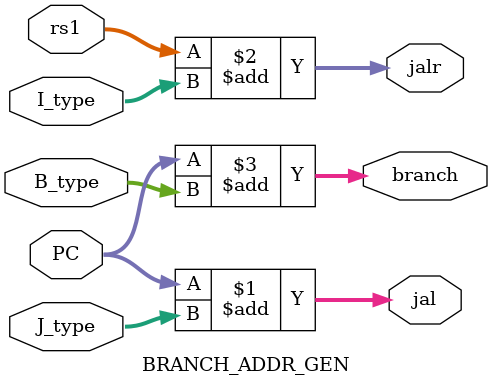
<source format=v>
`timescale 1ns / 1ps


module BRANCH_ADDR_GEN(
    input [31:0] PC,
    input [31:0] I_type,
    input [31:0] J_type,
    input [31:0] B_type,
    input [31:0] rs1,
    output [31:0] jal,
    output [31:0] branch,
    output [31:0] jalr
    );
    
    assign jal = PC+J_type;
    assign jalr = rs1+I_type;
    assign branch = PC+B_type;
    
endmodule

</source>
